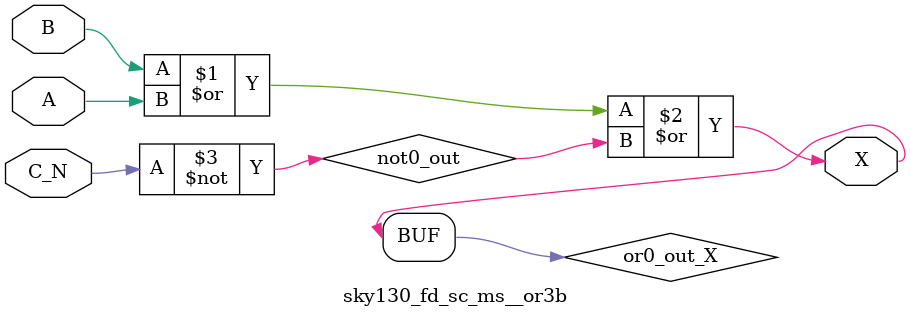
<source format=v>
/*
 * Copyright 2020 The SkyWater PDK Authors
 *
 * Licensed under the Apache License, Version 2.0 (the "License");
 * you may not use this file except in compliance with the License.
 * You may obtain a copy of the License at
 *
 *     https://www.apache.org/licenses/LICENSE-2.0
 *
 * Unless required by applicable law or agreed to in writing, software
 * distributed under the License is distributed on an "AS IS" BASIS,
 * WITHOUT WARRANTIES OR CONDITIONS OF ANY KIND, either express or implied.
 * See the License for the specific language governing permissions and
 * limitations under the License.
 *
 * SPDX-License-Identifier: Apache-2.0
*/


`ifndef SKY130_FD_SC_MS__OR3B_FUNCTIONAL_V
`define SKY130_FD_SC_MS__OR3B_FUNCTIONAL_V

/**
 * or3b: 3-input OR, first input inverted.
 *
 * Verilog simulation functional model.
 */

`timescale 1ns / 1ps
`default_nettype none

`celldefine
module sky130_fd_sc_ms__or3b (
    X  ,
    A  ,
    B  ,
    C_N
);

    // Module ports
    output X  ;
    input  A  ;
    input  B  ;
    input  C_N;

    // Local signals
    wire not0_out ;
    wire or0_out_X;

    //  Name  Output     Other arguments
    not not0 (not0_out , C_N            );
    or  or0  (or0_out_X, B, A, not0_out );
    buf buf0 (X        , or0_out_X      );

endmodule
`endcelldefine

`default_nettype wire
`endif  // SKY130_FD_SC_MS__OR3B_FUNCTIONAL_V

</source>
